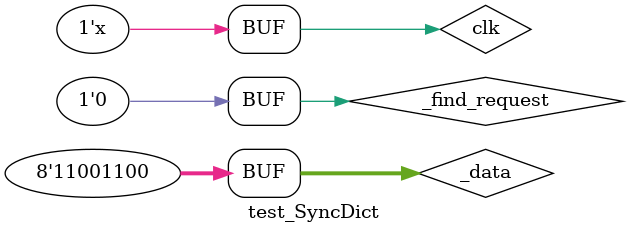
<source format=v>
`timescale 1ns / 1ps
module test_PDLZWRapper();

    reg [2*8-1:0] _data_input = {0};
    reg _data_input_ready = 0;

    wire _data_input_fetched;
    wire [1:0] _shift_data;
    wire [8:0] _data_output;
    wire _data_output_ready;

    reg clk = 0;
    always #5 clk = !clk;

    PDLZWRapper ut
    (
        _data_input,
        _data_input_ready,
        _data_input_fetched,
        _shift_data,
        _data_output,
        _data_output_ready,
        clk
    );

    initial
    begin
        #15;
        
        //compress 0,1
        _data_input <= {8'H01, 8'H0};
        _data_input_ready <= 1;
        #10;

        _data_input_ready <= 0;
        #10;

        while(_data_output_ready != 1) #10;
        $display("data output: %d, shift: %d", _data_output, _shift_data);

        
        //compress 2,3
        _data_input <= {8'H03, 8'H02};
        _data_input_ready <= 1;
        #10;

        _data_input_ready <= 0;
        #10;

        while(_data_output_ready != 1) #10;
        $display("data output: %d, shift: %d", _data_output, _shift_data);

        //compress 0,1
        _data_input <= {8'H01, 8'H0};
        _data_input_ready <= 1;
        #10;

        _data_input_ready <= 0;
        #10;

        while(_data_output_ready != 1) #10;
        $display("data output: %d, shift: %d", _data_output, _shift_data);

        //compress 2,3
        _data_input <= {8'H03, 8'H02};
        _data_input_ready <= 1;
        #10;

        _data_input_ready <= 0;
        #10;

        while(_data_output_ready != 1) #10;
        $display("data output: %d, shift: %d", _data_output, _shift_data);

    end

endmodule



module test_SyncDict();

    reg clk = 0;
    always #5 clk = !clk;

    reg [7:0] _data;
    reg _find_request = 0;
    wire [$clog2(256)-1:0] _index;
    wire _exist;
    wire _saved;
    wire _filled;

    Dict #(.Depth(3)) 
    ut 
    (
        _data,
        _find_request,
        _index,
        _exist,
        _saved,
        _filled,
        clk
    );

    initial
    begin
        #15;

        _find_request <= 1;
        _data <= 8'b00001111;
        #10;    // need 1clk for first index

        _find_request <= 0;
        #10;    

        _data <= 8'b11110000;
        _find_request <= 1;
        #20;    // need 2clk for second index

        _find_request <= 0;
        #10;

        _data <= 8'b00001111;
        _find_request <= 1;
        #10;    // need 1clk for first index

        _find_request <= 0;
        #10;

        _data <= 8'b11110000;
        _find_request <= 1;
        #20;    // need 2clk for secomd index

        _find_request <= 0;
        #10;

        _data <= 8'b01010101;
        _find_request <= 1;
        #30;    // need 3clk for third index

        _data <= 8'b11001100;
        _find_request <= 1;
        #100;    //can't save data -> return FILL

        _find_request <= 0;
        #10;
    end

endmodule
</source>
